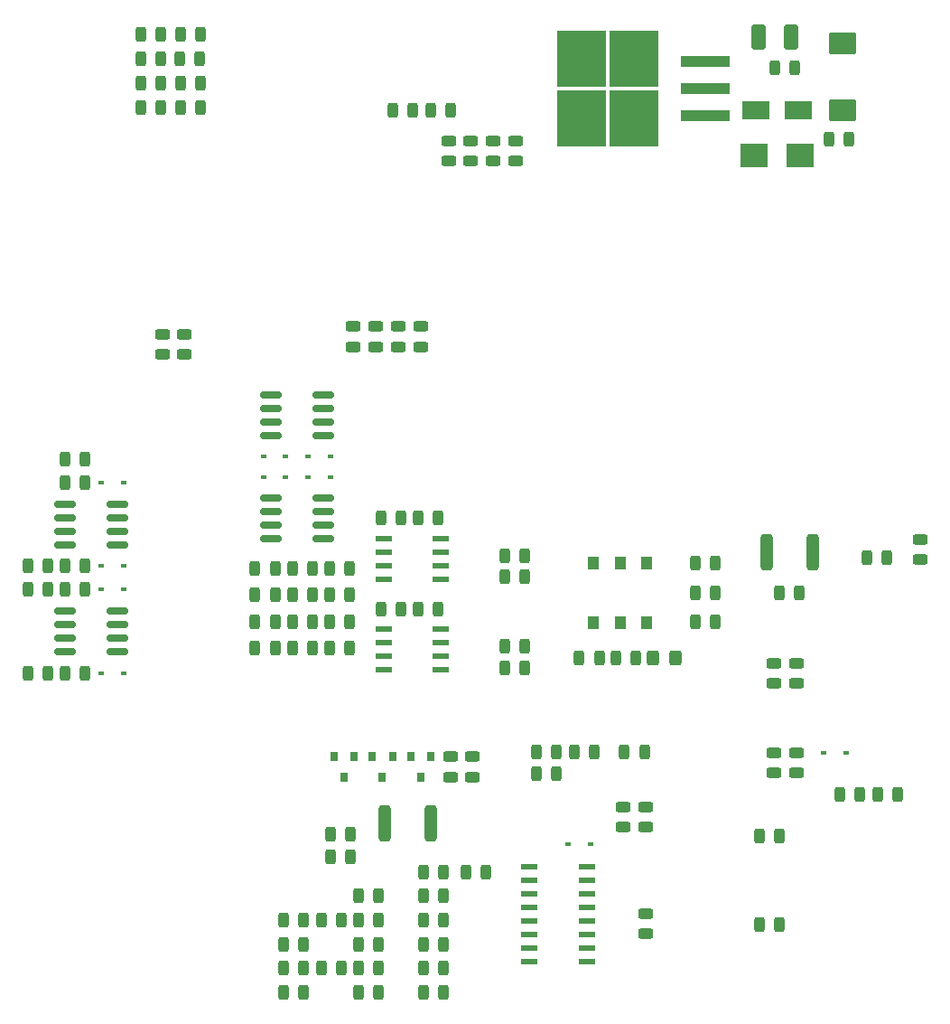
<source format=gtp>
%TF.GenerationSoftware,KiCad,Pcbnew,7.0.7*%
%TF.CreationDate,2024-01-30T18:09:48+01:00*%
%TF.ProjectId,v0.4.4c,76302e34-2e34-4632-9e6b-696361645f70,4c*%
%TF.SameCoordinates,Original*%
%TF.FileFunction,Paste,Top*%
%TF.FilePolarity,Positive*%
%FSLAX46Y46*%
G04 Gerber Fmt 4.6, Leading zero omitted, Abs format (unit mm)*
G04 Created by KiCad (PCBNEW 7.0.7) date 2024-01-30 18:09:48*
%MOMM*%
%LPD*%
G01*
G04 APERTURE LIST*
G04 Aperture macros list*
%AMRoundRect*
0 Rectangle with rounded corners*
0 $1 Rounding radius*
0 $2 $3 $4 $5 $6 $7 $8 $9 X,Y pos of 4 corners*
0 Add a 4 corners polygon primitive as box body*
4,1,4,$2,$3,$4,$5,$6,$7,$8,$9,$2,$3,0*
0 Add four circle primitives for the rounded corners*
1,1,$1+$1,$2,$3*
1,1,$1+$1,$4,$5*
1,1,$1+$1,$6,$7*
1,1,$1+$1,$8,$9*
0 Add four rect primitives between the rounded corners*
20,1,$1+$1,$2,$3,$4,$5,0*
20,1,$1+$1,$4,$5,$6,$7,0*
20,1,$1+$1,$6,$7,$8,$9,0*
20,1,$1+$1,$8,$9,$2,$3,0*%
G04 Aperture macros list end*
%ADD10RoundRect,0.243750X-0.243750X-0.456250X0.243750X-0.456250X0.243750X0.456250X-0.243750X0.456250X0*%
%ADD11RoundRect,0.243750X0.243750X0.456250X-0.243750X0.456250X-0.243750X-0.456250X0.243750X-0.456250X0*%
%ADD12RoundRect,0.250000X1.025000X-0.787500X1.025000X0.787500X-1.025000X0.787500X-1.025000X-0.787500X0*%
%ADD13R,0.600000X0.450000*%
%ADD14RoundRect,0.243750X0.456250X-0.243750X0.456250X0.243750X-0.456250X0.243750X-0.456250X-0.243750X0*%
%ADD15RoundRect,0.243750X-0.456250X0.243750X-0.456250X-0.243750X0.456250X-0.243750X0.456250X0.243750X0*%
%ADD16RoundRect,0.150000X0.825000X0.150000X-0.825000X0.150000X-0.825000X-0.150000X0.825000X-0.150000X0*%
%ADD17R,1.500000X0.600000*%
%ADD18RoundRect,0.150000X-0.825000X-0.150000X0.825000X-0.150000X0.825000X0.150000X-0.825000X0.150000X0*%
%ADD19R,1.550000X0.600000*%
%ADD20R,2.500000X1.800000*%
%ADD21R,2.500000X2.300000*%
%ADD22R,1.000000X1.150000*%
%ADD23R,4.550000X5.250000*%
%ADD24R,4.600000X1.100000*%
%ADD25R,0.800000X0.900000*%
%ADD26RoundRect,0.249999X-0.412501X-0.925001X0.412501X-0.925001X0.412501X0.925001X-0.412501X0.925001X0*%
%ADD27RoundRect,0.249999X-0.325001X-0.450001X0.325001X-0.450001X0.325001X0.450001X-0.325001X0.450001X0*%
%ADD28RoundRect,0.249999X0.312501X1.450001X-0.312501X1.450001X-0.312501X-1.450001X0.312501X-1.450001X0*%
%ADD29RoundRect,0.249999X-0.312501X-1.450001X0.312501X-1.450001X0.312501X1.450001X-0.312501X1.450001X0*%
G04 APERTURE END LIST*
D10*
X140262500Y-131400000D03*
X142137500Y-131400000D03*
X144662500Y-116600000D03*
X146537500Y-116600000D03*
X140262500Y-126900000D03*
X142137500Y-126900000D03*
X140262500Y-129150000D03*
X142137500Y-129150000D03*
X140262500Y-124650000D03*
X142137500Y-124650000D03*
X153362500Y-126900000D03*
X155237500Y-126900000D03*
X153362500Y-129150000D03*
X155237500Y-129150000D03*
X153362500Y-124650000D03*
X155237500Y-124650000D03*
D11*
X197837500Y-112900000D03*
X195962500Y-112900000D03*
D12*
X192659000Y-48750000D03*
X192659000Y-42525000D03*
D11*
X146437500Y-94200000D03*
X144562500Y-94200000D03*
X146437500Y-91700000D03*
X144562500Y-91700000D03*
X121637500Y-93700000D03*
X119762500Y-93700000D03*
X121637500Y-101500000D03*
X119762500Y-101500000D03*
X121637500Y-83700000D03*
X119762500Y-83700000D03*
X121637500Y-91500000D03*
X119762500Y-91500000D03*
D13*
X125250000Y-83700000D03*
X123150000Y-83700000D03*
D10*
X130525000Y-43942000D03*
X132400000Y-43942000D03*
D11*
X118137500Y-93700000D03*
X116262500Y-93700000D03*
X118137500Y-101500000D03*
X116262500Y-101500000D03*
D10*
X141062500Y-94200000D03*
X142937500Y-94200000D03*
X137562500Y-94200000D03*
X139437500Y-94200000D03*
X137562500Y-91700000D03*
X139437500Y-91700000D03*
D11*
X132437500Y-46228000D03*
X130562500Y-46228000D03*
X180737500Y-96700000D03*
X178862500Y-96700000D03*
D10*
X160962500Y-101000000D03*
X162837500Y-101000000D03*
X160962500Y-99000000D03*
X162837500Y-99000000D03*
D11*
X121637500Y-81500000D03*
X119762500Y-81500000D03*
X118137500Y-91500000D03*
X116262500Y-91500000D03*
D10*
X141062500Y-99200000D03*
X142937500Y-99200000D03*
X137562500Y-99200000D03*
X139437500Y-99200000D03*
X137562500Y-96700000D03*
X139437500Y-96700000D03*
X163962500Y-110900000D03*
X165837500Y-110900000D03*
D11*
X169337500Y-108900000D03*
X167462500Y-108900000D03*
D14*
X151000000Y-70937500D03*
X151000000Y-69062500D03*
X153100000Y-70937500D03*
X153100000Y-69062500D03*
X155700000Y-53537500D03*
X155700000Y-51662500D03*
D15*
X157800000Y-51662500D03*
X157800000Y-53537500D03*
D14*
X155900000Y-111237500D03*
X155900000Y-109362500D03*
D11*
X152337500Y-48800000D03*
X150462500Y-48800000D03*
X155937500Y-48800000D03*
X154062500Y-48800000D03*
D16*
X143975000Y-79305000D03*
X143975000Y-78035000D03*
X143975000Y-76765000D03*
X143975000Y-75495000D03*
X139025000Y-75495000D03*
X139025000Y-76765000D03*
X139025000Y-78035000D03*
X139025000Y-79305000D03*
D13*
X125250000Y-93700000D03*
X123150000Y-93700000D03*
X125250000Y-101500000D03*
X123150000Y-101500000D03*
D11*
X149137500Y-126900000D03*
X147262500Y-126900000D03*
D15*
X172100000Y-114062500D03*
X172100000Y-115937500D03*
D10*
X143762500Y-124650000D03*
X145637500Y-124650000D03*
X143762500Y-129150000D03*
X145637500Y-129150000D03*
D11*
X149137500Y-122400000D03*
X147262500Y-122400000D03*
D14*
X174200000Y-125937500D03*
X174200000Y-124062500D03*
D11*
X149137500Y-129150000D03*
X147262500Y-129150000D03*
X149137500Y-124650000D03*
X147262500Y-124650000D03*
D10*
X153362500Y-131400000D03*
X155237500Y-131400000D03*
D15*
X128900000Y-69762500D03*
X128900000Y-71637500D03*
X130900000Y-69762500D03*
X130900000Y-71637500D03*
D17*
X163300000Y-119655000D03*
X163300000Y-120925000D03*
X163300000Y-122195000D03*
X163300000Y-123465000D03*
X163300000Y-124735000D03*
X163300000Y-126005000D03*
X163300000Y-127275000D03*
X163300000Y-128545000D03*
X168700000Y-128545000D03*
X168700000Y-127275000D03*
X168700000Y-126005000D03*
X168700000Y-124735000D03*
X168700000Y-123465000D03*
X168700000Y-122195000D03*
X168700000Y-120925000D03*
X168700000Y-119655000D03*
D13*
X140450000Y-83200000D03*
X138350000Y-83200000D03*
X144650000Y-83200000D03*
X142550000Y-83200000D03*
D11*
X155237500Y-122400000D03*
X153362500Y-122400000D03*
D10*
X141062500Y-96700000D03*
X142937500Y-96700000D03*
D15*
X188300000Y-100562500D03*
X188300000Y-102437500D03*
D13*
X140450000Y-81200000D03*
X138350000Y-81200000D03*
D15*
X188300000Y-108962500D03*
X188300000Y-110837500D03*
X186200000Y-108962500D03*
X186200000Y-110837500D03*
D11*
X146437500Y-99200000D03*
X144562500Y-99200000D03*
X146437500Y-96700000D03*
X144562500Y-96700000D03*
D13*
X125250000Y-91500000D03*
X123150000Y-91500000D03*
X192950000Y-109000000D03*
X190850000Y-109000000D03*
D11*
X186737500Y-116800000D03*
X184862500Y-116800000D03*
X186737500Y-125100000D03*
X184862500Y-125100000D03*
D10*
X167962500Y-100100000D03*
X169837500Y-100100000D03*
D11*
X173275000Y-100100000D03*
X171400000Y-100100000D03*
D14*
X148900000Y-70937500D03*
X148900000Y-69062500D03*
X146800000Y-70937500D03*
X146800000Y-69062500D03*
X159900000Y-53537500D03*
X159900000Y-51662500D03*
D15*
X162000000Y-51662500D03*
X162000000Y-53537500D03*
D14*
X186200000Y-102437500D03*
X186200000Y-100562500D03*
D18*
X119725000Y-95695000D03*
X119725000Y-96965000D03*
X119725000Y-98235000D03*
X119725000Y-99505000D03*
X124675000Y-99505000D03*
X124675000Y-98235000D03*
X124675000Y-96965000D03*
X124675000Y-95695000D03*
X119725000Y-85695000D03*
X119725000Y-86965000D03*
X119725000Y-88235000D03*
X119725000Y-89505000D03*
X124675000Y-89505000D03*
X124675000Y-88235000D03*
X124675000Y-86965000D03*
X124675000Y-85695000D03*
D19*
X155000000Y-101205000D03*
X155000000Y-99935000D03*
X155000000Y-98665000D03*
X155000000Y-97395000D03*
X149600000Y-97395000D03*
X149600000Y-98665000D03*
X149600000Y-99935000D03*
X149600000Y-101205000D03*
D16*
X143975000Y-88905000D03*
X143975000Y-87635000D03*
X143975000Y-86365000D03*
X143975000Y-85095000D03*
X139025000Y-85095000D03*
X139025000Y-86365000D03*
X139025000Y-87635000D03*
X139025000Y-88905000D03*
D20*
X184500000Y-48750000D03*
X188500000Y-48750000D03*
D21*
X184350000Y-53000000D03*
X188650000Y-53000000D03*
D22*
X174300000Y-96825000D03*
X171800000Y-96825000D03*
X169300000Y-96825000D03*
X174300000Y-91175000D03*
X171800000Y-91175000D03*
X169300000Y-91175000D03*
D23*
X173050000Y-49525000D03*
X173050000Y-43975000D03*
X168200000Y-49525000D03*
X168200000Y-43975000D03*
D24*
X179775000Y-49290000D03*
X179775000Y-46750000D03*
X179775000Y-44210000D03*
D10*
X149362500Y-95500000D03*
X151237500Y-95500000D03*
D11*
X154737500Y-95500000D03*
X152862500Y-95500000D03*
D10*
X149362500Y-87000000D03*
X151237500Y-87000000D03*
D11*
X154737500Y-87000000D03*
X152862500Y-87000000D03*
D13*
X144650000Y-81200000D03*
X142550000Y-81200000D03*
D25*
X154050000Y-109300000D03*
X152150000Y-109300000D03*
X153100000Y-111300000D03*
X146850000Y-109300000D03*
X144950000Y-109300000D03*
X145900000Y-111300000D03*
X150450000Y-109300000D03*
X148550000Y-109300000D03*
X149500000Y-111300000D03*
D11*
X180737500Y-94000000D03*
X178862500Y-94000000D03*
D10*
X178862500Y-91200000D03*
X180737500Y-91200000D03*
D26*
X184771500Y-41910000D03*
X187846500Y-41910000D03*
D10*
X191362500Y-51500000D03*
X193237500Y-51500000D03*
X186260500Y-44831000D03*
X188135500Y-44831000D03*
D14*
X174200000Y-115937500D03*
X174200000Y-114062500D03*
D10*
X130562500Y-48514000D03*
X132437500Y-48514000D03*
D11*
X149137500Y-131400000D03*
X147262500Y-131400000D03*
D19*
X155000000Y-92705000D03*
X155000000Y-91435000D03*
X155000000Y-90165000D03*
X155000000Y-88895000D03*
X149600000Y-88895000D03*
X149600000Y-90165000D03*
X149600000Y-91435000D03*
X149600000Y-92705000D03*
D10*
X160962500Y-90500000D03*
X162837500Y-90500000D03*
X160962500Y-92500000D03*
X162837500Y-92500000D03*
D11*
X132437500Y-41656000D03*
X130562500Y-41656000D03*
X146537500Y-118700000D03*
X144662500Y-118700000D03*
D10*
X141062500Y-91700000D03*
X142937500Y-91700000D03*
D11*
X165837500Y-108900000D03*
X163962500Y-108900000D03*
D10*
X126862500Y-48514000D03*
X128737500Y-48514000D03*
X126862500Y-46228000D03*
X128737500Y-46228000D03*
X126862500Y-41656000D03*
X128737500Y-41656000D03*
X126862500Y-43942000D03*
X128737500Y-43942000D03*
D14*
X157900000Y-111237500D03*
X157900000Y-109362500D03*
D10*
X192362500Y-112900000D03*
X194237500Y-112900000D03*
X186725000Y-94000000D03*
X188600000Y-94000000D03*
D27*
X174900000Y-100100000D03*
X176950000Y-100100000D03*
D10*
X172200000Y-108900000D03*
X174075000Y-108900000D03*
D28*
X154029500Y-115570000D03*
X149754500Y-115570000D03*
D29*
X185568500Y-90170000D03*
X189843500Y-90170000D03*
D13*
X166950000Y-117500000D03*
X169050000Y-117500000D03*
D14*
X199898000Y-90853500D03*
X199898000Y-88978500D03*
D11*
X196771500Y-90678000D03*
X194896500Y-90678000D03*
D10*
X153362500Y-120142000D03*
X155237500Y-120142000D03*
D11*
X159179500Y-120142000D03*
X157304500Y-120142000D03*
M02*

</source>
